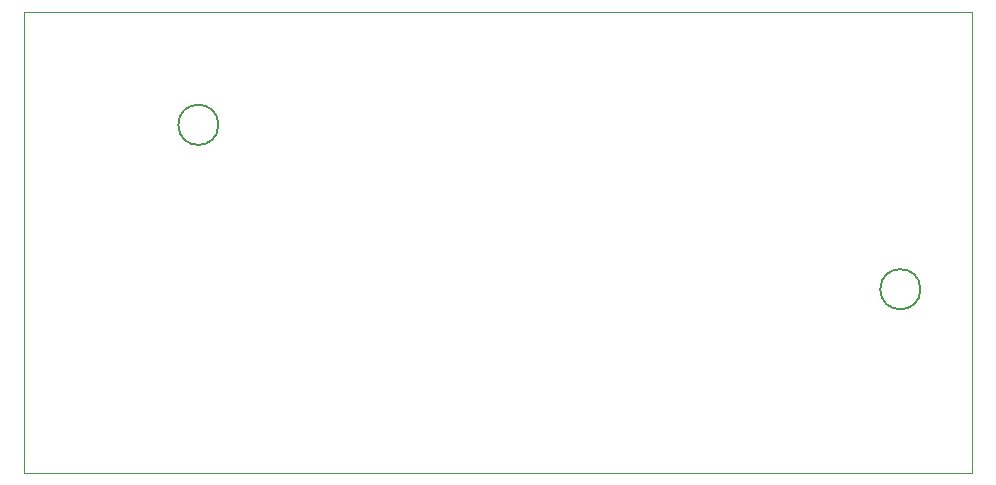
<source format=gbr>
%TF.GenerationSoftware,KiCad,Pcbnew,7.0.6*%
%TF.CreationDate,2023-09-19T17:15:07+08:00*%
%TF.ProjectId,ControlPanel_IO_Breakout,436f6e74-726f-46c5-9061-6e656c5f494f,0*%
%TF.SameCoordinates,Original*%
%TF.FileFunction,Profile,NP*%
%FSLAX46Y46*%
G04 Gerber Fmt 4.6, Leading zero omitted, Abs format (unit mm)*
G04 Created by KiCad (PCBNEW 7.0.6) date 2023-09-19 17:15:07*
%MOMM*%
%LPD*%
G01*
G04 APERTURE LIST*
%TA.AperFunction,Profile*%
%ADD10C,0.150000*%
%TD*%
%TA.AperFunction,Profile*%
%ADD11C,0.100000*%
%TD*%
G04 APERTURE END LIST*
D10*
X53538300Y-51553301D02*
G75*
G03*
X53538300Y-51553301I-1700000J0D01*
G01*
X-5897699Y-37637299D02*
G75*
G03*
X-5897699Y-37637299I-1700001J0D01*
G01*
D11*
X57934300Y-67101301D02*
X-22329700Y-67101301D01*
X-22329700Y-28086899D01*
X57934300Y-28086899D01*
X57934300Y-67101301D01*
M02*

</source>
